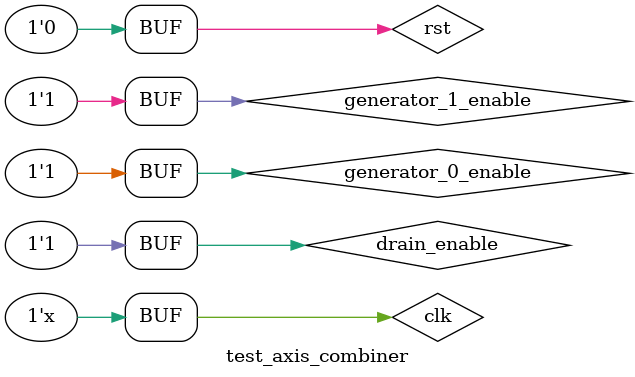
<source format=sv>
`timescale 1ns / 1ps


module test_axis_combiner;
	parameter DATA_WIDTH=16;
	parameter OUT_WIDTH=DATA_WIDTH;
	parameter PERIOD=10;
	
	reg clk, rst;
	
	reg generator_0_enable;
	wire gen_0_valid, gen_0_ready;
	wire[DATA_WIDTH-1:0] gen_0_data;
	
	reg generator_1_enable;
	wire gen_1_valid, gen_1_ready;
	wire[DATA_WIDTH-1:0] gen_1_data;
	
	wire unit_valid, unit_ready;
	wire[OUT_WIDTH-1:0] unit_data;
	
	reg drain_enable;
	
	always #(PERIOD/2) clk = ~clk;
	
	initial begin
		generator_0_enable = 0;
		generator_1_enable = 0;
		drain_enable = 0;
		clk = 0;
		rst = 1;
		#(PERIOD*2)
		#(PERIOD/2)
		rst = 0;
		generator_0_enable = 1;
		generator_1_enable = 1;
		drain_enable = 1;
		#(PERIOD*5)
		drain_enable = 0;
		#(PERIOD*5)
		drain_enable = 1;
	end
	
	helper_axis_generator #(.DATA_WIDTH(DATA_WIDTH)) GEN_0
		(
			.clk(clk), .rst(rst), .enable(generator_0_enable),
			.output_valid(gen_0_valid),
			.output_data(gen_0_data),
			.output_ready(gen_0_ready)
		);
		
	helper_axis_generator #(.DATA_WIDTH(DATA_WIDTH)) GEN_1
		(
			.clk(clk), .rst(rst), .enable(generator_1_enable),
			.output_valid(gen_1_valid),
			.output_data(gen_1_data),
			.output_ready(gen_1_ready)
		);
	
	axis_combiner #(.DATA_WIDTH(DATA_WIDTH), .FROM_PORT_ZERO(16), .FROM_PORT_ONE(7)) COMBINER
		(
			.clk(clk), .rst(rst),
			.input_0_valid(gen_0_valid),
			.input_0_data(gen_0_data),
			.input_0_ready(gen_0_ready),
			.input_1_valid(gen_1_valid),
			.input_1_data(gen_1_data),
			.input_1_ready(gen_1_ready),
			.output_valid(unit_valid),
			.output_data(unit_data),
			.output_ready(unit_ready)
		);
		
	helper_axis_drain #(.DATA_WIDTH(OUT_WIDTH)) DRAIN
		(
			.clk(clk), .rst(rst), .enable(drain_enable),
			.input_valid(unit_valid),
			.input_ready(unit_ready),
			.input_data(unit_data)
		);


endmodule


</source>
